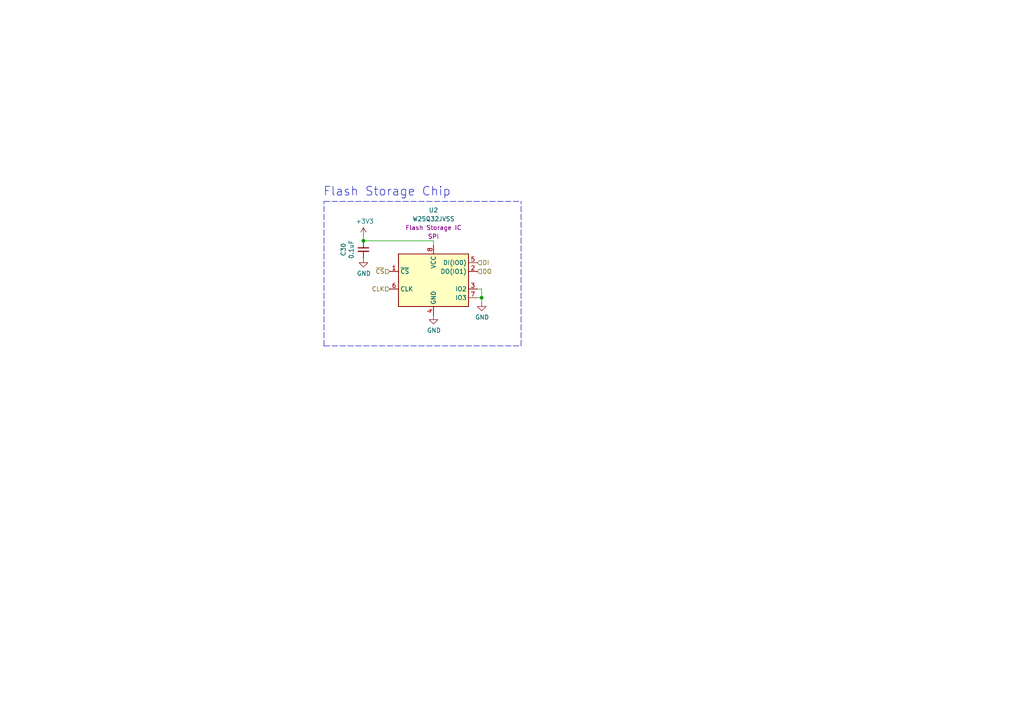
<source format=kicad_sch>
(kicad_sch (version 20211123) (generator eeschema)
  (paper "A4")
  (title_block (title "W25Q32JVSS Flash Chip") (date "2021-12-06") (rev "v1.0.4") (company "Missouri S&T Rocket Design Team '21 (Thomas Francois)") (comment 1 "https://github.com/MSTRocketDesignTeam/Avionics-Data-Collection-PCB") (comment 2 "Intended as initial pre-production design") (comment 3 "Schematic depicting logical connections between components"))
  (lib_symbols
    (symbol "Data_Collection_KiCAD_Project-rescue:+3.3V-power-Data_Collection_KiCAD_Project-rescue" (power) (pin_names (offset 0))
      (property "Value" "Data_Collection_KiCAD_Project-rescue_+3.3V-power-Data_Collection_KiCAD_Project-rescue" (at 0 3.556 0))
      (symbol "+3.3V-power-Data_Collection_KiCAD_Project-rescue_0_1"
        (polyline (pts (xy -0.762 1.27) (xy 0 2.54)))
        (polyline (pts (xy 0 0) (xy 0 2.54)))
        (polyline (pts (xy 0 2.54) (xy 0.762 1.27)))
      )
      (symbol "+3.3V-power-Data_Collection_KiCAD_Project-rescue_1_1"
        (pin power_in line (at 0 0 90) (length 0) hide (name "+3V3") (number "1"))
      )
    )
    (symbol "Data_Collection_KiCAD_Project-rescue:C_Small-Device-Data_Collection_KiCAD_Project-rescue" (pin_numbers hide) (pin_names (offset 0.254) hide)
      (property "Reference" "C" (at 0.254 1.778 0))
      (property "Value" "Data_Collection_KiCAD_Project-rescue_C_Small-Device-Data_Collection_KiCAD_Project-rescue" (at 0.254 -2.032 0))
      (symbol "C_Small-Device-Data_Collection_KiCAD_Project-rescue_0_1"
        (polyline (pts (xy -1.524 -0.508) (xy 1.524 -0.508)) (stroke (width 0.3302)))
        (polyline (pts (xy -1.524 0.508) (xy 1.524 0.508)) (stroke (width 0.3048)))
      )
      (symbol "C_Small-Device-Data_Collection_KiCAD_Project-rescue_1_1"
        (pin passive line (at 0 2.54 270) (length 2.032) (name "~") (number "1"))
        (pin passive line (at 0 -2.54 90) (length 2.032) (name "~") (number "2"))
      )
    )
    (symbol "Data_Collection_KiCAD_Project-rescue:GND-power-Data_Collection_KiCAD_Project-rescue" (power) (pin_names (offset 0))
      (property "Value" "Data_Collection_KiCAD_Project-rescue_GND-power-Data_Collection_KiCAD_Project-rescue" (at 0 -3.81 0))
      (symbol "GND-power-Data_Collection_KiCAD_Project-rescue_0_1"
        (polyline (pts (xy 0 0) (xy 0 -1.27) (xy 1.27 -1.27) (xy 0 -2.54) (xy -1.27 -1.27) (xy 0 -1.27)))
      )
      (symbol "GND-power-Data_Collection_KiCAD_Project-rescue_1_1"
        (pin power_in line (at 0 0 270) (length 0) hide (name "GND") (number "1"))
      )
    )
    (symbol "Data_Collection_KiCAD_Project-rescue:W25Q32JVSS-Memory_Flash-Data_Collection_KiCAD_Project-rescue"
      (property "Reference" "U" (at -8.89 8.89 0))
      (property "Value" "Data_Collection_KiCAD_Project-rescue_W25Q32JVSS-Memory_Flash-Data_Collection_KiCAD_Project-rescue" (at 7.62 8.89 0))
      (symbol "W25Q32JVSS-Memory_Flash-Data_Collection_KiCAD_Project-rescue_0_1"
        (rectangle (start -10.16 7.62) (end 10.16 -7.62) (stroke (width 0.254)) (fill (type background)))
      )
      (symbol "W25Q32JVSS-Memory_Flash-Data_Collection_KiCAD_Project-rescue_1_1"
        (pin input line (at -12.7 2.54 0) (length 2.54) (name "~{CS}") (number "1"))
        (pin bidirectional line (at 12.7 2.54 180) (length 2.54) (name "DO(IO1)") (number "2"))
        (pin bidirectional line (at 12.7 -2.54 180) (length 2.54) (name "IO2") (number "3"))
        (pin power_in line (at 0 -10.16 90) (length 2.54) (name "GND") (number "4"))
        (pin bidirectional line (at 12.7 5.08 180) (length 2.54) (name "DI(IO0)") (number "5"))
        (pin input line (at -12.7 -2.54 0) (length 2.54) (name "CLK") (number "6"))
        (pin bidirectional line (at 12.7 -5.08 180) (length 2.54) (name "IO3") (number "7"))
        (pin power_in line (at 0 10.16 270) (length 2.54) (name "VCC") (number "8"))
      )
    )
  )
  (junction (at 105.41 69.85))
  (junction (at 139.7 86.36))
  (wire (pts (xy 125.73 71.12) (xy 125.73 69.85)))
  (polyline (pts (xy 93.98 100.33) (xy 151.13 100.33)))
  (polyline (pts (xy 151.13 100.33) (xy 151.13 58.42)))
  (polyline (pts (xy 93.98 100.33) (xy 93.98 58.42)))
  (wire (pts (xy 105.41 69.85) (xy 125.73 69.85)))
  (wire (pts (xy 105.41 68.58) (xy 105.41 69.85)))
  (wire (pts (xy 138.43 83.82) (xy 139.7 83.82)))
  (polyline (pts (xy 93.98 58.42) (xy 151.13 58.42)))
  (wire (pts (xy 139.7 86.36) (xy 138.43 86.36)))
  (wire (pts (xy 139.7 87.63) (xy 139.7 86.36)))
  (wire (pts (xy 139.7 83.82) (xy 139.7 86.36)))
  (text "Flash Storage Chip" (at 130.81 57.15 180) (effects (font (size 2.54 2.54)) (justify right bottom)))
  (hierarchical_label "DI" (shape input) (at 138.43 76.2 0))
  (hierarchical_label "~{CS}" (shape input) (at 113.03 78.74 180))
  (hierarchical_label "DO" (shape input) (at 138.43 78.74 0))
  (hierarchical_label "CLK" (shape input) (at 113.03 83.82 180))
  (symbol (lib_id "Data_Collection_KiCAD_Project-rescue:W25Q32JVSS-Memory_Flash-Data_Collection_KiCAD_Project-rescue") (at 125.73 81.28 0) (unit 1)
    (property "Reference" "U2" (at 125.73 60.96 0))
    (property "Value" "W25Q32JVSS" (at 125.73 63.5 0))
    (property "Footprint" "Package_SO:SOIC-8_5.23x5.23mm_P1.27mm" (effects hide))
    (property "Datasheet" "http://www.winbond.com/resource-files/w25q32jv%20revg%2003272018%20plus.pdf" (effects hide))
    (property "Description" "Flash Storage IC" (at 125.73 66.04 0))
    (property "Serial Type" "SPI" (at 125.73 68.58 0))
  )
  (symbol (lib_id "Data_Collection_KiCAD_Project-rescue:+3.3V-power-Data_Collection_KiCAD_Project-rescue") (at 105.41 68.58 0) (unit 1)
    (property "Reference" "#PWR018" (effects hide))
    (property "Value" "+3.3V" (at 105.791 64.1858 0))
  )
  (symbol (lib_id "Data_Collection_KiCAD_Project-rescue:GND-power-Data_Collection_KiCAD_Project-rescue") (at 125.73 91.44 0) (unit 1)
    (property "Reference" "#PWR019" (effects hide))
    (property "Value" "GND" (at 125.857 95.8342 0))
  )
  (symbol (lib_id "Data_Collection_KiCAD_Project-rescue:GND-power-Data_Collection_KiCAD_Project-rescue") (at 139.7 87.63 0) (unit 1)
    (property "Reference" "#PWR020" (effects hide))
    (property "Value" "GND" (at 139.827 92.0242 0))
  )
  (symbol (lib_id "Data_Collection_KiCAD_Project-rescue:GND-power-Data_Collection_KiCAD_Project-rescue") (at 105.41 74.93 0) (unit 1)
    (property "Reference" "#PWR065" (effects hide))
    (property "Value" "GND" (at 105.537 79.3242 0))
  )
  (symbol (lib_id "Data_Collection_KiCAD_Project-rescue:C_Small-Device-Data_Collection_KiCAD_Project-rescue") (at 105.41 72.39 0) (unit 1)
    (property "Reference" "C30" (at 99.5934 72.39 90))
    (property "Value" "0.1uF" (at 101.9048 72.39 90))
    (property "Footprint" "Capacitor_SMD:C_0603_1608Metric_Pad1.08x0.95mm_HandSolder" (effects hide))
  )
)
</source>
